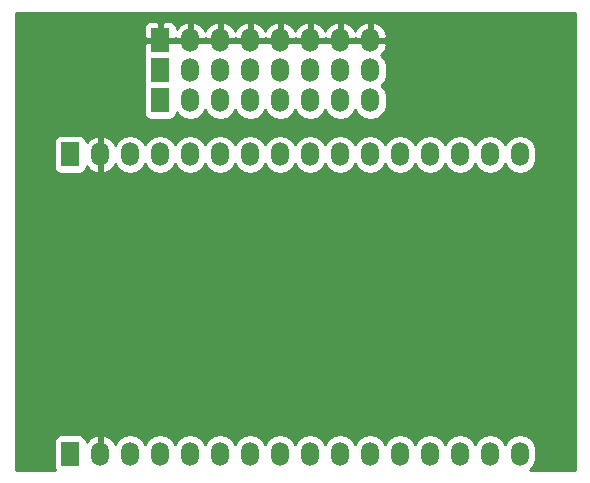
<source format=gbr>
%TF.GenerationSoftware,KiCad,Pcbnew,5.0.2+dfsg1-1*%
%TF.CreationDate,2020-04-21T12:17:55+02:00*%
%TF.ProjectId,minikame,6d696e69-6b61-46d6-952e-6b696361645f,v1.0*%
%TF.SameCoordinates,Original*%
%TF.FileFunction,Copper,L2,Bot*%
%TF.FilePolarity,Positive*%
%FSLAX46Y46*%
G04 Gerber Fmt 4.6, Leading zero omitted, Abs format (unit mm)*
G04 Created by KiCad (PCBNEW 5.0.2+dfsg1-1) date di 21 apr 2020 12:17:55 CEST*
%MOMM*%
%LPD*%
G01*
G04 APERTURE LIST*
%ADD10O,1.500000X2.000000*%
%ADD11R,1.500000X2.000000*%
%ADD12C,0.254000*%
G04 APERTURE END LIST*
D10*
X149606000Y-91948000D03*
X147066000Y-91948000D03*
X144526000Y-91948000D03*
X141986000Y-91948000D03*
X139446000Y-91948000D03*
X136906000Y-91948000D03*
X134366000Y-91948000D03*
D11*
X131826000Y-91948000D03*
D10*
X149606000Y-89408000D03*
X147066000Y-89408000D03*
X144526000Y-89408000D03*
X141986000Y-89408000D03*
X139446000Y-89408000D03*
X136906000Y-89408000D03*
X134366000Y-89408000D03*
D11*
X131826000Y-89408000D03*
X124194000Y-96516000D03*
D10*
X126734000Y-96516000D03*
X129274000Y-96516000D03*
X131814000Y-96516000D03*
X134354000Y-96516000D03*
X136894000Y-96516000D03*
X139434000Y-96516000D03*
X141974000Y-96516000D03*
X144514000Y-96516000D03*
X147054000Y-96516000D03*
X149594000Y-96516000D03*
X152134000Y-96516000D03*
X154674000Y-96516000D03*
X157214000Y-96516000D03*
X159754000Y-96516000D03*
X162294000Y-96516000D03*
X162294000Y-121866000D03*
X159754000Y-121866000D03*
X157214000Y-121866000D03*
X154674000Y-121866000D03*
X152134000Y-121866000D03*
X149594000Y-121866000D03*
X147054000Y-121866000D03*
X144514000Y-121866000D03*
X141974000Y-121866000D03*
X139434000Y-121866000D03*
X136894000Y-121866000D03*
X134354000Y-121866000D03*
X131814000Y-121866000D03*
X129274000Y-121866000D03*
X126734000Y-121866000D03*
D11*
X124194000Y-121866000D03*
X131826000Y-86868000D03*
D10*
X134366000Y-86868000D03*
X136906000Y-86868000D03*
X139446000Y-86868000D03*
X141986000Y-86868000D03*
X144526000Y-86868000D03*
X147066000Y-86868000D03*
X149606000Y-86868000D03*
D12*
G36*
X166930001Y-123242000D02*
X163101755Y-123242000D01*
X163292529Y-123114529D01*
X163598641Y-122656399D01*
X163679000Y-122252406D01*
X163679000Y-121479593D01*
X163598641Y-121075600D01*
X163292528Y-120617471D01*
X162834399Y-120311359D01*
X162294000Y-120203867D01*
X161753600Y-120311359D01*
X161295471Y-120617472D01*
X161024000Y-121023757D01*
X160752528Y-120617471D01*
X160294399Y-120311359D01*
X159754000Y-120203867D01*
X159213600Y-120311359D01*
X158755471Y-120617472D01*
X158484000Y-121023757D01*
X158212528Y-120617471D01*
X157754399Y-120311359D01*
X157214000Y-120203867D01*
X156673600Y-120311359D01*
X156215471Y-120617472D01*
X155944000Y-121023757D01*
X155672528Y-120617471D01*
X155214399Y-120311359D01*
X154674000Y-120203867D01*
X154133600Y-120311359D01*
X153675471Y-120617472D01*
X153404000Y-121023757D01*
X153132528Y-120617471D01*
X152674399Y-120311359D01*
X152134000Y-120203867D01*
X151593600Y-120311359D01*
X151135471Y-120617472D01*
X150864000Y-121023757D01*
X150592528Y-120617471D01*
X150134399Y-120311359D01*
X149594000Y-120203867D01*
X149053600Y-120311359D01*
X148595471Y-120617472D01*
X148324000Y-121023757D01*
X148052528Y-120617471D01*
X147594399Y-120311359D01*
X147054000Y-120203867D01*
X146513600Y-120311359D01*
X146055471Y-120617472D01*
X145784000Y-121023757D01*
X145512528Y-120617471D01*
X145054399Y-120311359D01*
X144514000Y-120203867D01*
X143973600Y-120311359D01*
X143515471Y-120617472D01*
X143244000Y-121023757D01*
X142972528Y-120617471D01*
X142514399Y-120311359D01*
X141974000Y-120203867D01*
X141433600Y-120311359D01*
X140975471Y-120617472D01*
X140704000Y-121023757D01*
X140432528Y-120617471D01*
X139974399Y-120311359D01*
X139434000Y-120203867D01*
X138893600Y-120311359D01*
X138435471Y-120617472D01*
X138164000Y-121023757D01*
X137892528Y-120617471D01*
X137434399Y-120311359D01*
X136894000Y-120203867D01*
X136353600Y-120311359D01*
X135895471Y-120617472D01*
X135624000Y-121023757D01*
X135352528Y-120617471D01*
X134894399Y-120311359D01*
X134354000Y-120203867D01*
X133813600Y-120311359D01*
X133355471Y-120617472D01*
X133084000Y-121023757D01*
X132812528Y-120617471D01*
X132354399Y-120311359D01*
X131814000Y-120203867D01*
X131273600Y-120311359D01*
X130815471Y-120617472D01*
X130544000Y-121023757D01*
X130272528Y-120617471D01*
X129814399Y-120311359D01*
X129274000Y-120203867D01*
X128733600Y-120311359D01*
X128275471Y-120617472D01*
X127995447Y-121036557D01*
X127983964Y-120994279D01*
X127650894Y-120563264D01*
X127178235Y-120292519D01*
X127075185Y-120273682D01*
X126861000Y-120396344D01*
X126861000Y-121739000D01*
X126881000Y-121739000D01*
X126881000Y-121993000D01*
X126861000Y-121993000D01*
X126861000Y-122013000D01*
X126607000Y-122013000D01*
X126607000Y-121993000D01*
X126587000Y-121993000D01*
X126587000Y-121739000D01*
X126607000Y-121739000D01*
X126607000Y-120396344D01*
X126392815Y-120273682D01*
X126289765Y-120292519D01*
X125817106Y-120563264D01*
X125589746Y-120857483D01*
X125542157Y-120618235D01*
X125401809Y-120408191D01*
X125191765Y-120267843D01*
X124944000Y-120218560D01*
X123444000Y-120218560D01*
X123196235Y-120267843D01*
X122986191Y-120408191D01*
X122845843Y-120618235D01*
X122796560Y-120866000D01*
X122796560Y-122866000D01*
X122845843Y-123113765D01*
X122931528Y-123242000D01*
X119582000Y-123242000D01*
X119582000Y-95516000D01*
X122796560Y-95516000D01*
X122796560Y-97516000D01*
X122845843Y-97763765D01*
X122986191Y-97973809D01*
X123196235Y-98114157D01*
X123444000Y-98163440D01*
X124944000Y-98163440D01*
X125191765Y-98114157D01*
X125401809Y-97973809D01*
X125542157Y-97763765D01*
X125589746Y-97524517D01*
X125817106Y-97818736D01*
X126289765Y-98089481D01*
X126392815Y-98108318D01*
X126607000Y-97985656D01*
X126607000Y-96643000D01*
X126587000Y-96643000D01*
X126587000Y-96389000D01*
X126607000Y-96389000D01*
X126607000Y-95046344D01*
X126861000Y-95046344D01*
X126861000Y-96389000D01*
X126881000Y-96389000D01*
X126881000Y-96643000D01*
X126861000Y-96643000D01*
X126861000Y-97985656D01*
X127075185Y-98108318D01*
X127178235Y-98089481D01*
X127650894Y-97818736D01*
X127983964Y-97387721D01*
X127995447Y-97345443D01*
X128275472Y-97764529D01*
X128733601Y-98070641D01*
X129274000Y-98178133D01*
X129814400Y-98070641D01*
X130272529Y-97764529D01*
X130544000Y-97358243D01*
X130815472Y-97764529D01*
X131273601Y-98070641D01*
X131814000Y-98178133D01*
X132354400Y-98070641D01*
X132812529Y-97764529D01*
X133084000Y-97358243D01*
X133355472Y-97764529D01*
X133813601Y-98070641D01*
X134354000Y-98178133D01*
X134894400Y-98070641D01*
X135352529Y-97764529D01*
X135624000Y-97358243D01*
X135895472Y-97764529D01*
X136353601Y-98070641D01*
X136894000Y-98178133D01*
X137434400Y-98070641D01*
X137892529Y-97764529D01*
X138164000Y-97358243D01*
X138435472Y-97764529D01*
X138893601Y-98070641D01*
X139434000Y-98178133D01*
X139974400Y-98070641D01*
X140432529Y-97764529D01*
X140704000Y-97358243D01*
X140975472Y-97764529D01*
X141433601Y-98070641D01*
X141974000Y-98178133D01*
X142514400Y-98070641D01*
X142972529Y-97764529D01*
X143244000Y-97358243D01*
X143515472Y-97764529D01*
X143973601Y-98070641D01*
X144514000Y-98178133D01*
X145054400Y-98070641D01*
X145512529Y-97764529D01*
X145784000Y-97358243D01*
X146055472Y-97764529D01*
X146513601Y-98070641D01*
X147054000Y-98178133D01*
X147594400Y-98070641D01*
X148052529Y-97764529D01*
X148324000Y-97358243D01*
X148595472Y-97764529D01*
X149053601Y-98070641D01*
X149594000Y-98178133D01*
X150134400Y-98070641D01*
X150592529Y-97764529D01*
X150864000Y-97358243D01*
X151135472Y-97764529D01*
X151593601Y-98070641D01*
X152134000Y-98178133D01*
X152674400Y-98070641D01*
X153132529Y-97764529D01*
X153404000Y-97358243D01*
X153675472Y-97764529D01*
X154133601Y-98070641D01*
X154674000Y-98178133D01*
X155214400Y-98070641D01*
X155672529Y-97764529D01*
X155944000Y-97358243D01*
X156215472Y-97764529D01*
X156673601Y-98070641D01*
X157214000Y-98178133D01*
X157754400Y-98070641D01*
X158212529Y-97764529D01*
X158484000Y-97358243D01*
X158755472Y-97764529D01*
X159213601Y-98070641D01*
X159754000Y-98178133D01*
X160294400Y-98070641D01*
X160752529Y-97764529D01*
X161024000Y-97358243D01*
X161295472Y-97764529D01*
X161753601Y-98070641D01*
X162294000Y-98178133D01*
X162834400Y-98070641D01*
X163292529Y-97764529D01*
X163598641Y-97306399D01*
X163679000Y-96902406D01*
X163679000Y-96129593D01*
X163598641Y-95725600D01*
X163292528Y-95267471D01*
X162834399Y-94961359D01*
X162294000Y-94853867D01*
X161753600Y-94961359D01*
X161295471Y-95267472D01*
X161024000Y-95673757D01*
X160752528Y-95267471D01*
X160294399Y-94961359D01*
X159754000Y-94853867D01*
X159213600Y-94961359D01*
X158755471Y-95267472D01*
X158484000Y-95673757D01*
X158212528Y-95267471D01*
X157754399Y-94961359D01*
X157214000Y-94853867D01*
X156673600Y-94961359D01*
X156215471Y-95267472D01*
X155944000Y-95673757D01*
X155672528Y-95267471D01*
X155214399Y-94961359D01*
X154674000Y-94853867D01*
X154133600Y-94961359D01*
X153675471Y-95267472D01*
X153404000Y-95673757D01*
X153132528Y-95267471D01*
X152674399Y-94961359D01*
X152134000Y-94853867D01*
X151593600Y-94961359D01*
X151135471Y-95267472D01*
X150864000Y-95673757D01*
X150592528Y-95267471D01*
X150134399Y-94961359D01*
X149594000Y-94853867D01*
X149053600Y-94961359D01*
X148595471Y-95267472D01*
X148324000Y-95673757D01*
X148052528Y-95267471D01*
X147594399Y-94961359D01*
X147054000Y-94853867D01*
X146513600Y-94961359D01*
X146055471Y-95267472D01*
X145784000Y-95673757D01*
X145512528Y-95267471D01*
X145054399Y-94961359D01*
X144514000Y-94853867D01*
X143973600Y-94961359D01*
X143515471Y-95267472D01*
X143244000Y-95673757D01*
X142972528Y-95267471D01*
X142514399Y-94961359D01*
X141974000Y-94853867D01*
X141433600Y-94961359D01*
X140975471Y-95267472D01*
X140704000Y-95673757D01*
X140432528Y-95267471D01*
X139974399Y-94961359D01*
X139434000Y-94853867D01*
X138893600Y-94961359D01*
X138435471Y-95267472D01*
X138164000Y-95673757D01*
X137892528Y-95267471D01*
X137434399Y-94961359D01*
X136894000Y-94853867D01*
X136353600Y-94961359D01*
X135895471Y-95267472D01*
X135624000Y-95673757D01*
X135352528Y-95267471D01*
X134894399Y-94961359D01*
X134354000Y-94853867D01*
X133813600Y-94961359D01*
X133355471Y-95267472D01*
X133084000Y-95673757D01*
X132812528Y-95267471D01*
X132354399Y-94961359D01*
X131814000Y-94853867D01*
X131273600Y-94961359D01*
X130815471Y-95267472D01*
X130544000Y-95673757D01*
X130272528Y-95267471D01*
X129814399Y-94961359D01*
X129274000Y-94853867D01*
X128733600Y-94961359D01*
X128275471Y-95267472D01*
X127995447Y-95686557D01*
X127983964Y-95644279D01*
X127650894Y-95213264D01*
X127178235Y-94942519D01*
X127075185Y-94923682D01*
X126861000Y-95046344D01*
X126607000Y-95046344D01*
X126392815Y-94923682D01*
X126289765Y-94942519D01*
X125817106Y-95213264D01*
X125589746Y-95507483D01*
X125542157Y-95268235D01*
X125401809Y-95058191D01*
X125191765Y-94917843D01*
X124944000Y-94868560D01*
X123444000Y-94868560D01*
X123196235Y-94917843D01*
X122986191Y-95058191D01*
X122845843Y-95268235D01*
X122796560Y-95516000D01*
X119582000Y-95516000D01*
X119582000Y-88408000D01*
X130428560Y-88408000D01*
X130428560Y-90408000D01*
X130477843Y-90655765D01*
X130492700Y-90678000D01*
X130477843Y-90700235D01*
X130428560Y-90948000D01*
X130428560Y-92948000D01*
X130477843Y-93195765D01*
X130618191Y-93405809D01*
X130828235Y-93546157D01*
X131076000Y-93595440D01*
X132576000Y-93595440D01*
X132823765Y-93546157D01*
X133033809Y-93405809D01*
X133174157Y-93195765D01*
X133218386Y-92973407D01*
X133367472Y-93196529D01*
X133825601Y-93502641D01*
X134366000Y-93610133D01*
X134906400Y-93502641D01*
X135364529Y-93196529D01*
X135636000Y-92790243D01*
X135907472Y-93196529D01*
X136365601Y-93502641D01*
X136906000Y-93610133D01*
X137446400Y-93502641D01*
X137904529Y-93196529D01*
X138176000Y-92790243D01*
X138447472Y-93196529D01*
X138905601Y-93502641D01*
X139446000Y-93610133D01*
X139986400Y-93502641D01*
X140444529Y-93196529D01*
X140716000Y-92790243D01*
X140987472Y-93196529D01*
X141445601Y-93502641D01*
X141986000Y-93610133D01*
X142526400Y-93502641D01*
X142984529Y-93196529D01*
X143256000Y-92790243D01*
X143527472Y-93196529D01*
X143985601Y-93502641D01*
X144526000Y-93610133D01*
X145066400Y-93502641D01*
X145524529Y-93196529D01*
X145796000Y-92790243D01*
X146067472Y-93196529D01*
X146525601Y-93502641D01*
X147066000Y-93610133D01*
X147606400Y-93502641D01*
X148064529Y-93196529D01*
X148336000Y-92790243D01*
X148607472Y-93196529D01*
X149065601Y-93502641D01*
X149606000Y-93610133D01*
X150146400Y-93502641D01*
X150604529Y-93196529D01*
X150910641Y-92738399D01*
X150991000Y-92334406D01*
X150991000Y-91561593D01*
X150910641Y-91157600D01*
X150604528Y-90699471D01*
X150572395Y-90678000D01*
X150604529Y-90656529D01*
X150910641Y-90198399D01*
X150991000Y-89794406D01*
X150991000Y-89021593D01*
X150910641Y-88617600D01*
X150604528Y-88159471D01*
X150556433Y-88127335D01*
X150855964Y-87739721D01*
X150998739Y-87214055D01*
X150837868Y-86995000D01*
X149733000Y-86995000D01*
X149733000Y-87015000D01*
X149479000Y-87015000D01*
X149479000Y-86995000D01*
X148374132Y-86995000D01*
X148336000Y-87046924D01*
X148297868Y-86995000D01*
X147193000Y-86995000D01*
X147193000Y-87015000D01*
X146939000Y-87015000D01*
X146939000Y-86995000D01*
X145834132Y-86995000D01*
X145796000Y-87046924D01*
X145757868Y-86995000D01*
X144653000Y-86995000D01*
X144653000Y-87015000D01*
X144399000Y-87015000D01*
X144399000Y-86995000D01*
X143294132Y-86995000D01*
X143256000Y-87046924D01*
X143217868Y-86995000D01*
X142113000Y-86995000D01*
X142113000Y-87015000D01*
X141859000Y-87015000D01*
X141859000Y-86995000D01*
X140754132Y-86995000D01*
X140716000Y-87046924D01*
X140677868Y-86995000D01*
X139573000Y-86995000D01*
X139573000Y-87015000D01*
X139319000Y-87015000D01*
X139319000Y-86995000D01*
X138214132Y-86995000D01*
X138176000Y-87046924D01*
X138137868Y-86995000D01*
X137033000Y-86995000D01*
X137033000Y-87015000D01*
X136779000Y-87015000D01*
X136779000Y-86995000D01*
X135674132Y-86995000D01*
X135636000Y-87046924D01*
X135597868Y-86995000D01*
X134493000Y-86995000D01*
X134493000Y-87015000D01*
X134239000Y-87015000D01*
X134239000Y-86995000D01*
X133134132Y-86995000D01*
X133099461Y-87042211D01*
X133052250Y-86995000D01*
X131953000Y-86995000D01*
X131953000Y-87015000D01*
X131699000Y-87015000D01*
X131699000Y-86995000D01*
X130599750Y-86995000D01*
X130441000Y-87153750D01*
X130441000Y-87994310D01*
X130497526Y-88130777D01*
X130477843Y-88160235D01*
X130428560Y-88408000D01*
X119582000Y-88408000D01*
X119582000Y-85741690D01*
X130441000Y-85741690D01*
X130441000Y-86582250D01*
X130599750Y-86741000D01*
X131699000Y-86741000D01*
X131699000Y-85391750D01*
X131953000Y-85391750D01*
X131953000Y-86741000D01*
X133052250Y-86741000D01*
X133099461Y-86693789D01*
X133134132Y-86741000D01*
X134239000Y-86741000D01*
X134239000Y-85398344D01*
X134493000Y-85398344D01*
X134493000Y-86741000D01*
X135597868Y-86741000D01*
X135636000Y-86689076D01*
X135674132Y-86741000D01*
X136779000Y-86741000D01*
X136779000Y-85398344D01*
X137033000Y-85398344D01*
X137033000Y-86741000D01*
X138137868Y-86741000D01*
X138176000Y-86689076D01*
X138214132Y-86741000D01*
X139319000Y-86741000D01*
X139319000Y-85398344D01*
X139573000Y-85398344D01*
X139573000Y-86741000D01*
X140677868Y-86741000D01*
X140716000Y-86689076D01*
X140754132Y-86741000D01*
X141859000Y-86741000D01*
X141859000Y-85398344D01*
X142113000Y-85398344D01*
X142113000Y-86741000D01*
X143217868Y-86741000D01*
X143256000Y-86689076D01*
X143294132Y-86741000D01*
X144399000Y-86741000D01*
X144399000Y-85398344D01*
X144653000Y-85398344D01*
X144653000Y-86741000D01*
X145757868Y-86741000D01*
X145796000Y-86689076D01*
X145834132Y-86741000D01*
X146939000Y-86741000D01*
X146939000Y-85398344D01*
X147193000Y-85398344D01*
X147193000Y-86741000D01*
X148297868Y-86741000D01*
X148336000Y-86689076D01*
X148374132Y-86741000D01*
X149479000Y-86741000D01*
X149479000Y-85398344D01*
X149733000Y-85398344D01*
X149733000Y-86741000D01*
X150837868Y-86741000D01*
X150998739Y-86521945D01*
X150855964Y-85996279D01*
X150522894Y-85565264D01*
X150050235Y-85294519D01*
X149947185Y-85275682D01*
X149733000Y-85398344D01*
X149479000Y-85398344D01*
X149264815Y-85275682D01*
X149161765Y-85294519D01*
X148689106Y-85565264D01*
X148356036Y-85996279D01*
X148336000Y-86070047D01*
X148315964Y-85996279D01*
X147982894Y-85565264D01*
X147510235Y-85294519D01*
X147407185Y-85275682D01*
X147193000Y-85398344D01*
X146939000Y-85398344D01*
X146724815Y-85275682D01*
X146621765Y-85294519D01*
X146149106Y-85565264D01*
X145816036Y-85996279D01*
X145796000Y-86070047D01*
X145775964Y-85996279D01*
X145442894Y-85565264D01*
X144970235Y-85294519D01*
X144867185Y-85275682D01*
X144653000Y-85398344D01*
X144399000Y-85398344D01*
X144184815Y-85275682D01*
X144081765Y-85294519D01*
X143609106Y-85565264D01*
X143276036Y-85996279D01*
X143256000Y-86070047D01*
X143235964Y-85996279D01*
X142902894Y-85565264D01*
X142430235Y-85294519D01*
X142327185Y-85275682D01*
X142113000Y-85398344D01*
X141859000Y-85398344D01*
X141644815Y-85275682D01*
X141541765Y-85294519D01*
X141069106Y-85565264D01*
X140736036Y-85996279D01*
X140716000Y-86070047D01*
X140695964Y-85996279D01*
X140362894Y-85565264D01*
X139890235Y-85294519D01*
X139787185Y-85275682D01*
X139573000Y-85398344D01*
X139319000Y-85398344D01*
X139104815Y-85275682D01*
X139001765Y-85294519D01*
X138529106Y-85565264D01*
X138196036Y-85996279D01*
X138176000Y-86070047D01*
X138155964Y-85996279D01*
X137822894Y-85565264D01*
X137350235Y-85294519D01*
X137247185Y-85275682D01*
X137033000Y-85398344D01*
X136779000Y-85398344D01*
X136564815Y-85275682D01*
X136461765Y-85294519D01*
X135989106Y-85565264D01*
X135656036Y-85996279D01*
X135636000Y-86070047D01*
X135615964Y-85996279D01*
X135282894Y-85565264D01*
X134810235Y-85294519D01*
X134707185Y-85275682D01*
X134493000Y-85398344D01*
X134239000Y-85398344D01*
X134024815Y-85275682D01*
X133921765Y-85294519D01*
X133449106Y-85565264D01*
X133211000Y-85873389D01*
X133211000Y-85741690D01*
X133114327Y-85508301D01*
X132935698Y-85329673D01*
X132702309Y-85233000D01*
X132111750Y-85233000D01*
X131953000Y-85391750D01*
X131699000Y-85391750D01*
X131540250Y-85233000D01*
X130949691Y-85233000D01*
X130716302Y-85329673D01*
X130537673Y-85508301D01*
X130441000Y-85741690D01*
X119582000Y-85741690D01*
X119582000Y-84530000D01*
X166930000Y-84530000D01*
X166930001Y-123242000D01*
X166930001Y-123242000D01*
G37*
X166930001Y-123242000D02*
X163101755Y-123242000D01*
X163292529Y-123114529D01*
X163598641Y-122656399D01*
X163679000Y-122252406D01*
X163679000Y-121479593D01*
X163598641Y-121075600D01*
X163292528Y-120617471D01*
X162834399Y-120311359D01*
X162294000Y-120203867D01*
X161753600Y-120311359D01*
X161295471Y-120617472D01*
X161024000Y-121023757D01*
X160752528Y-120617471D01*
X160294399Y-120311359D01*
X159754000Y-120203867D01*
X159213600Y-120311359D01*
X158755471Y-120617472D01*
X158484000Y-121023757D01*
X158212528Y-120617471D01*
X157754399Y-120311359D01*
X157214000Y-120203867D01*
X156673600Y-120311359D01*
X156215471Y-120617472D01*
X155944000Y-121023757D01*
X155672528Y-120617471D01*
X155214399Y-120311359D01*
X154674000Y-120203867D01*
X154133600Y-120311359D01*
X153675471Y-120617472D01*
X153404000Y-121023757D01*
X153132528Y-120617471D01*
X152674399Y-120311359D01*
X152134000Y-120203867D01*
X151593600Y-120311359D01*
X151135471Y-120617472D01*
X150864000Y-121023757D01*
X150592528Y-120617471D01*
X150134399Y-120311359D01*
X149594000Y-120203867D01*
X149053600Y-120311359D01*
X148595471Y-120617472D01*
X148324000Y-121023757D01*
X148052528Y-120617471D01*
X147594399Y-120311359D01*
X147054000Y-120203867D01*
X146513600Y-120311359D01*
X146055471Y-120617472D01*
X145784000Y-121023757D01*
X145512528Y-120617471D01*
X145054399Y-120311359D01*
X144514000Y-120203867D01*
X143973600Y-120311359D01*
X143515471Y-120617472D01*
X143244000Y-121023757D01*
X142972528Y-120617471D01*
X142514399Y-120311359D01*
X141974000Y-120203867D01*
X141433600Y-120311359D01*
X140975471Y-120617472D01*
X140704000Y-121023757D01*
X140432528Y-120617471D01*
X139974399Y-120311359D01*
X139434000Y-120203867D01*
X138893600Y-120311359D01*
X138435471Y-120617472D01*
X138164000Y-121023757D01*
X137892528Y-120617471D01*
X137434399Y-120311359D01*
X136894000Y-120203867D01*
X136353600Y-120311359D01*
X135895471Y-120617472D01*
X135624000Y-121023757D01*
X135352528Y-120617471D01*
X134894399Y-120311359D01*
X134354000Y-120203867D01*
X133813600Y-120311359D01*
X133355471Y-120617472D01*
X133084000Y-121023757D01*
X132812528Y-120617471D01*
X132354399Y-120311359D01*
X131814000Y-120203867D01*
X131273600Y-120311359D01*
X130815471Y-120617472D01*
X130544000Y-121023757D01*
X130272528Y-120617471D01*
X129814399Y-120311359D01*
X129274000Y-120203867D01*
X128733600Y-120311359D01*
X128275471Y-120617472D01*
X127995447Y-121036557D01*
X127983964Y-120994279D01*
X127650894Y-120563264D01*
X127178235Y-120292519D01*
X127075185Y-120273682D01*
X126861000Y-120396344D01*
X126861000Y-121739000D01*
X126881000Y-121739000D01*
X126881000Y-121993000D01*
X126861000Y-121993000D01*
X126861000Y-122013000D01*
X126607000Y-122013000D01*
X126607000Y-121993000D01*
X126587000Y-121993000D01*
X126587000Y-121739000D01*
X126607000Y-121739000D01*
X126607000Y-120396344D01*
X126392815Y-120273682D01*
X126289765Y-120292519D01*
X125817106Y-120563264D01*
X125589746Y-120857483D01*
X125542157Y-120618235D01*
X125401809Y-120408191D01*
X125191765Y-120267843D01*
X124944000Y-120218560D01*
X123444000Y-120218560D01*
X123196235Y-120267843D01*
X122986191Y-120408191D01*
X122845843Y-120618235D01*
X122796560Y-120866000D01*
X122796560Y-122866000D01*
X122845843Y-123113765D01*
X122931528Y-123242000D01*
X119582000Y-123242000D01*
X119582000Y-95516000D01*
X122796560Y-95516000D01*
X122796560Y-97516000D01*
X122845843Y-97763765D01*
X122986191Y-97973809D01*
X123196235Y-98114157D01*
X123444000Y-98163440D01*
X124944000Y-98163440D01*
X125191765Y-98114157D01*
X125401809Y-97973809D01*
X125542157Y-97763765D01*
X125589746Y-97524517D01*
X125817106Y-97818736D01*
X126289765Y-98089481D01*
X126392815Y-98108318D01*
X126607000Y-97985656D01*
X126607000Y-96643000D01*
X126587000Y-96643000D01*
X126587000Y-96389000D01*
X126607000Y-96389000D01*
X126607000Y-95046344D01*
X126861000Y-95046344D01*
X126861000Y-96389000D01*
X126881000Y-96389000D01*
X126881000Y-96643000D01*
X126861000Y-96643000D01*
X126861000Y-97985656D01*
X127075185Y-98108318D01*
X127178235Y-98089481D01*
X127650894Y-97818736D01*
X127983964Y-97387721D01*
X127995447Y-97345443D01*
X128275472Y-97764529D01*
X128733601Y-98070641D01*
X129274000Y-98178133D01*
X129814400Y-98070641D01*
X130272529Y-97764529D01*
X130544000Y-97358243D01*
X130815472Y-97764529D01*
X131273601Y-98070641D01*
X131814000Y-98178133D01*
X132354400Y-98070641D01*
X132812529Y-97764529D01*
X133084000Y-97358243D01*
X133355472Y-97764529D01*
X133813601Y-98070641D01*
X134354000Y-98178133D01*
X134894400Y-98070641D01*
X135352529Y-97764529D01*
X135624000Y-97358243D01*
X135895472Y-97764529D01*
X136353601Y-98070641D01*
X136894000Y-98178133D01*
X137434400Y-98070641D01*
X137892529Y-97764529D01*
X138164000Y-97358243D01*
X138435472Y-97764529D01*
X138893601Y-98070641D01*
X139434000Y-98178133D01*
X139974400Y-98070641D01*
X140432529Y-97764529D01*
X140704000Y-97358243D01*
X140975472Y-97764529D01*
X141433601Y-98070641D01*
X141974000Y-98178133D01*
X142514400Y-98070641D01*
X142972529Y-97764529D01*
X143244000Y-97358243D01*
X143515472Y-97764529D01*
X143973601Y-98070641D01*
X144514000Y-98178133D01*
X145054400Y-98070641D01*
X145512529Y-97764529D01*
X145784000Y-97358243D01*
X146055472Y-97764529D01*
X146513601Y-98070641D01*
X147054000Y-98178133D01*
X147594400Y-98070641D01*
X148052529Y-97764529D01*
X148324000Y-97358243D01*
X148595472Y-97764529D01*
X149053601Y-98070641D01*
X149594000Y-98178133D01*
X150134400Y-98070641D01*
X150592529Y-97764529D01*
X150864000Y-97358243D01*
X151135472Y-97764529D01*
X151593601Y-98070641D01*
X152134000Y-98178133D01*
X152674400Y-98070641D01*
X153132529Y-97764529D01*
X153404000Y-97358243D01*
X153675472Y-97764529D01*
X154133601Y-98070641D01*
X154674000Y-98178133D01*
X155214400Y-98070641D01*
X155672529Y-97764529D01*
X155944000Y-97358243D01*
X156215472Y-97764529D01*
X156673601Y-98070641D01*
X157214000Y-98178133D01*
X157754400Y-98070641D01*
X158212529Y-97764529D01*
X158484000Y-97358243D01*
X158755472Y-97764529D01*
X159213601Y-98070641D01*
X159754000Y-98178133D01*
X160294400Y-98070641D01*
X160752529Y-97764529D01*
X161024000Y-97358243D01*
X161295472Y-97764529D01*
X161753601Y-98070641D01*
X162294000Y-98178133D01*
X162834400Y-98070641D01*
X163292529Y-97764529D01*
X163598641Y-97306399D01*
X163679000Y-96902406D01*
X163679000Y-96129593D01*
X163598641Y-95725600D01*
X163292528Y-95267471D01*
X162834399Y-94961359D01*
X162294000Y-94853867D01*
X161753600Y-94961359D01*
X161295471Y-95267472D01*
X161024000Y-95673757D01*
X160752528Y-95267471D01*
X160294399Y-94961359D01*
X159754000Y-94853867D01*
X159213600Y-94961359D01*
X158755471Y-95267472D01*
X158484000Y-95673757D01*
X158212528Y-95267471D01*
X157754399Y-94961359D01*
X157214000Y-94853867D01*
X156673600Y-94961359D01*
X156215471Y-95267472D01*
X155944000Y-95673757D01*
X155672528Y-95267471D01*
X155214399Y-94961359D01*
X154674000Y-94853867D01*
X154133600Y-94961359D01*
X153675471Y-95267472D01*
X153404000Y-95673757D01*
X153132528Y-95267471D01*
X152674399Y-94961359D01*
X152134000Y-94853867D01*
X151593600Y-94961359D01*
X151135471Y-95267472D01*
X150864000Y-95673757D01*
X150592528Y-95267471D01*
X150134399Y-94961359D01*
X149594000Y-94853867D01*
X149053600Y-94961359D01*
X148595471Y-95267472D01*
X148324000Y-95673757D01*
X148052528Y-95267471D01*
X147594399Y-94961359D01*
X147054000Y-94853867D01*
X146513600Y-94961359D01*
X146055471Y-95267472D01*
X145784000Y-95673757D01*
X145512528Y-95267471D01*
X145054399Y-94961359D01*
X144514000Y-94853867D01*
X143973600Y-94961359D01*
X143515471Y-95267472D01*
X143244000Y-95673757D01*
X142972528Y-95267471D01*
X142514399Y-94961359D01*
X141974000Y-94853867D01*
X141433600Y-94961359D01*
X140975471Y-95267472D01*
X140704000Y-95673757D01*
X140432528Y-95267471D01*
X139974399Y-94961359D01*
X139434000Y-94853867D01*
X138893600Y-94961359D01*
X138435471Y-95267472D01*
X138164000Y-95673757D01*
X137892528Y-95267471D01*
X137434399Y-94961359D01*
X136894000Y-94853867D01*
X136353600Y-94961359D01*
X135895471Y-95267472D01*
X135624000Y-95673757D01*
X135352528Y-95267471D01*
X134894399Y-94961359D01*
X134354000Y-94853867D01*
X133813600Y-94961359D01*
X133355471Y-95267472D01*
X133084000Y-95673757D01*
X132812528Y-95267471D01*
X132354399Y-94961359D01*
X131814000Y-94853867D01*
X131273600Y-94961359D01*
X130815471Y-95267472D01*
X130544000Y-95673757D01*
X130272528Y-95267471D01*
X129814399Y-94961359D01*
X129274000Y-94853867D01*
X128733600Y-94961359D01*
X128275471Y-95267472D01*
X127995447Y-95686557D01*
X127983964Y-95644279D01*
X127650894Y-95213264D01*
X127178235Y-94942519D01*
X127075185Y-94923682D01*
X126861000Y-95046344D01*
X126607000Y-95046344D01*
X126392815Y-94923682D01*
X126289765Y-94942519D01*
X125817106Y-95213264D01*
X125589746Y-95507483D01*
X125542157Y-95268235D01*
X125401809Y-95058191D01*
X125191765Y-94917843D01*
X124944000Y-94868560D01*
X123444000Y-94868560D01*
X123196235Y-94917843D01*
X122986191Y-95058191D01*
X122845843Y-95268235D01*
X122796560Y-95516000D01*
X119582000Y-95516000D01*
X119582000Y-88408000D01*
X130428560Y-88408000D01*
X130428560Y-90408000D01*
X130477843Y-90655765D01*
X130492700Y-90678000D01*
X130477843Y-90700235D01*
X130428560Y-90948000D01*
X130428560Y-92948000D01*
X130477843Y-93195765D01*
X130618191Y-93405809D01*
X130828235Y-93546157D01*
X131076000Y-93595440D01*
X132576000Y-93595440D01*
X132823765Y-93546157D01*
X133033809Y-93405809D01*
X133174157Y-93195765D01*
X133218386Y-92973407D01*
X133367472Y-93196529D01*
X133825601Y-93502641D01*
X134366000Y-93610133D01*
X134906400Y-93502641D01*
X135364529Y-93196529D01*
X135636000Y-92790243D01*
X135907472Y-93196529D01*
X136365601Y-93502641D01*
X136906000Y-93610133D01*
X137446400Y-93502641D01*
X137904529Y-93196529D01*
X138176000Y-92790243D01*
X138447472Y-93196529D01*
X138905601Y-93502641D01*
X139446000Y-93610133D01*
X139986400Y-93502641D01*
X140444529Y-93196529D01*
X140716000Y-92790243D01*
X140987472Y-93196529D01*
X141445601Y-93502641D01*
X141986000Y-93610133D01*
X142526400Y-93502641D01*
X142984529Y-93196529D01*
X143256000Y-92790243D01*
X143527472Y-93196529D01*
X143985601Y-93502641D01*
X144526000Y-93610133D01*
X145066400Y-93502641D01*
X145524529Y-93196529D01*
X145796000Y-92790243D01*
X146067472Y-93196529D01*
X146525601Y-93502641D01*
X147066000Y-93610133D01*
X147606400Y-93502641D01*
X148064529Y-93196529D01*
X148336000Y-92790243D01*
X148607472Y-93196529D01*
X149065601Y-93502641D01*
X149606000Y-93610133D01*
X150146400Y-93502641D01*
X150604529Y-93196529D01*
X150910641Y-92738399D01*
X150991000Y-92334406D01*
X150991000Y-91561593D01*
X150910641Y-91157600D01*
X150604528Y-90699471D01*
X150572395Y-90678000D01*
X150604529Y-90656529D01*
X150910641Y-90198399D01*
X150991000Y-89794406D01*
X150991000Y-89021593D01*
X150910641Y-88617600D01*
X150604528Y-88159471D01*
X150556433Y-88127335D01*
X150855964Y-87739721D01*
X150998739Y-87214055D01*
X150837868Y-86995000D01*
X149733000Y-86995000D01*
X149733000Y-87015000D01*
X149479000Y-87015000D01*
X149479000Y-86995000D01*
X148374132Y-86995000D01*
X148336000Y-87046924D01*
X148297868Y-86995000D01*
X147193000Y-86995000D01*
X147193000Y-87015000D01*
X146939000Y-87015000D01*
X146939000Y-86995000D01*
X145834132Y-86995000D01*
X145796000Y-87046924D01*
X145757868Y-86995000D01*
X144653000Y-86995000D01*
X144653000Y-87015000D01*
X144399000Y-87015000D01*
X144399000Y-86995000D01*
X143294132Y-86995000D01*
X143256000Y-87046924D01*
X143217868Y-86995000D01*
X142113000Y-86995000D01*
X142113000Y-87015000D01*
X141859000Y-87015000D01*
X141859000Y-86995000D01*
X140754132Y-86995000D01*
X140716000Y-87046924D01*
X140677868Y-86995000D01*
X139573000Y-86995000D01*
X139573000Y-87015000D01*
X139319000Y-87015000D01*
X139319000Y-86995000D01*
X138214132Y-86995000D01*
X138176000Y-87046924D01*
X138137868Y-86995000D01*
X137033000Y-86995000D01*
X137033000Y-87015000D01*
X136779000Y-87015000D01*
X136779000Y-86995000D01*
X135674132Y-86995000D01*
X135636000Y-87046924D01*
X135597868Y-86995000D01*
X134493000Y-86995000D01*
X134493000Y-87015000D01*
X134239000Y-87015000D01*
X134239000Y-86995000D01*
X133134132Y-86995000D01*
X133099461Y-87042211D01*
X133052250Y-86995000D01*
X131953000Y-86995000D01*
X131953000Y-87015000D01*
X131699000Y-87015000D01*
X131699000Y-86995000D01*
X130599750Y-86995000D01*
X130441000Y-87153750D01*
X130441000Y-87994310D01*
X130497526Y-88130777D01*
X130477843Y-88160235D01*
X130428560Y-88408000D01*
X119582000Y-88408000D01*
X119582000Y-85741690D01*
X130441000Y-85741690D01*
X130441000Y-86582250D01*
X130599750Y-86741000D01*
X131699000Y-86741000D01*
X131699000Y-85391750D01*
X131953000Y-85391750D01*
X131953000Y-86741000D01*
X133052250Y-86741000D01*
X133099461Y-86693789D01*
X133134132Y-86741000D01*
X134239000Y-86741000D01*
X134239000Y-85398344D01*
X134493000Y-85398344D01*
X134493000Y-86741000D01*
X135597868Y-86741000D01*
X135636000Y-86689076D01*
X135674132Y-86741000D01*
X136779000Y-86741000D01*
X136779000Y-85398344D01*
X137033000Y-85398344D01*
X137033000Y-86741000D01*
X138137868Y-86741000D01*
X138176000Y-86689076D01*
X138214132Y-86741000D01*
X139319000Y-86741000D01*
X139319000Y-85398344D01*
X139573000Y-85398344D01*
X139573000Y-86741000D01*
X140677868Y-86741000D01*
X140716000Y-86689076D01*
X140754132Y-86741000D01*
X141859000Y-86741000D01*
X141859000Y-85398344D01*
X142113000Y-85398344D01*
X142113000Y-86741000D01*
X143217868Y-86741000D01*
X143256000Y-86689076D01*
X143294132Y-86741000D01*
X144399000Y-86741000D01*
X144399000Y-85398344D01*
X144653000Y-85398344D01*
X144653000Y-86741000D01*
X145757868Y-86741000D01*
X145796000Y-86689076D01*
X145834132Y-86741000D01*
X146939000Y-86741000D01*
X146939000Y-85398344D01*
X147193000Y-85398344D01*
X147193000Y-86741000D01*
X148297868Y-86741000D01*
X148336000Y-86689076D01*
X148374132Y-86741000D01*
X149479000Y-86741000D01*
X149479000Y-85398344D01*
X149733000Y-85398344D01*
X149733000Y-86741000D01*
X150837868Y-86741000D01*
X150998739Y-86521945D01*
X150855964Y-85996279D01*
X150522894Y-85565264D01*
X150050235Y-85294519D01*
X149947185Y-85275682D01*
X149733000Y-85398344D01*
X149479000Y-85398344D01*
X149264815Y-85275682D01*
X149161765Y-85294519D01*
X148689106Y-85565264D01*
X148356036Y-85996279D01*
X148336000Y-86070047D01*
X148315964Y-85996279D01*
X147982894Y-85565264D01*
X147510235Y-85294519D01*
X147407185Y-85275682D01*
X147193000Y-85398344D01*
X146939000Y-85398344D01*
X146724815Y-85275682D01*
X146621765Y-85294519D01*
X146149106Y-85565264D01*
X145816036Y-85996279D01*
X145796000Y-86070047D01*
X145775964Y-85996279D01*
X145442894Y-85565264D01*
X144970235Y-85294519D01*
X144867185Y-85275682D01*
X144653000Y-85398344D01*
X144399000Y-85398344D01*
X144184815Y-85275682D01*
X144081765Y-85294519D01*
X143609106Y-85565264D01*
X143276036Y-85996279D01*
X143256000Y-86070047D01*
X143235964Y-85996279D01*
X142902894Y-85565264D01*
X142430235Y-85294519D01*
X142327185Y-85275682D01*
X142113000Y-85398344D01*
X141859000Y-85398344D01*
X141644815Y-85275682D01*
X141541765Y-85294519D01*
X141069106Y-85565264D01*
X140736036Y-85996279D01*
X140716000Y-86070047D01*
X140695964Y-85996279D01*
X140362894Y-85565264D01*
X139890235Y-85294519D01*
X139787185Y-85275682D01*
X139573000Y-85398344D01*
X139319000Y-85398344D01*
X139104815Y-85275682D01*
X139001765Y-85294519D01*
X138529106Y-85565264D01*
X138196036Y-85996279D01*
X138176000Y-86070047D01*
X138155964Y-85996279D01*
X137822894Y-85565264D01*
X137350235Y-85294519D01*
X137247185Y-85275682D01*
X137033000Y-85398344D01*
X136779000Y-85398344D01*
X136564815Y-85275682D01*
X136461765Y-85294519D01*
X135989106Y-85565264D01*
X135656036Y-85996279D01*
X135636000Y-86070047D01*
X135615964Y-85996279D01*
X135282894Y-85565264D01*
X134810235Y-85294519D01*
X134707185Y-85275682D01*
X134493000Y-85398344D01*
X134239000Y-85398344D01*
X134024815Y-85275682D01*
X133921765Y-85294519D01*
X133449106Y-85565264D01*
X133211000Y-85873389D01*
X133211000Y-85741690D01*
X133114327Y-85508301D01*
X132935698Y-85329673D01*
X132702309Y-85233000D01*
X132111750Y-85233000D01*
X131953000Y-85391750D01*
X131699000Y-85391750D01*
X131540250Y-85233000D01*
X130949691Y-85233000D01*
X130716302Y-85329673D01*
X130537673Y-85508301D01*
X130441000Y-85741690D01*
X119582000Y-85741690D01*
X119582000Y-84530000D01*
X166930000Y-84530000D01*
X166930001Y-123242000D01*
M02*

</source>
